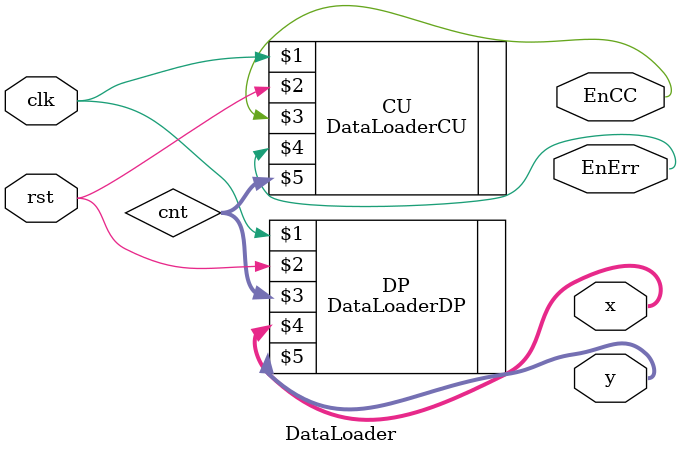
<source format=sv>

`timescale 1ns/1ns
module DataLoader(input clk, rst, output [19:0] x, y, output EnCC, EnErr);
    wire [7:0] cnt;

    DataLoaderCU CU(clk, rst, EnCC, EnErr, cnt);
    DataLoaderDP DP(clk, rst, cnt, x, y);
endmodule
</source>
